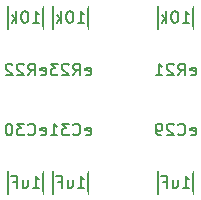
<source format=gbo>
%TF.GenerationSoftware,KiCad,Pcbnew,4.1.0-alpha+201609021633+7109~49~ubuntu16.04.1-product*%
%TF.CreationDate,2016-09-14T14:31:16+05:30*%
%TF.ProjectId,OTS2_encA,4F5453325F656E63412E6B696361645F,rev?*%
%TF.FileFunction,Legend,Bot*%
%FSLAX46Y46*%
G04 Gerber Fmt 4.6, Leading zero omitted, Abs format (unit mm)*
G04 Created by KiCad (PCBNEW 4.1.0-alpha+201609021633+7109~49~ubuntu16.04.1-product) date Wed Sep 14 14:31:16 2016*
%MOMM*%
%LPD*%
G01*
G04 APERTURE LIST*
%ADD10C,0.101600*%
%ADD11C,0.150000*%
%ADD12R,2.900000X2.400000*%
%ADD13C,2.700000*%
%ADD14C,3.000000*%
%ADD15R,2.432000X2.432000*%
%ADD16O,2.432000X2.432000*%
G04 APERTURE END LIST*
D10*
D11*
X39575000Y-85455000D02*
X39575000Y-83455000D01*
X36625000Y-83455000D02*
X36625000Y-85455000D01*
X48465000Y-85455000D02*
X48465000Y-83455000D01*
X45515000Y-83455000D02*
X45515000Y-85455000D01*
X36625000Y-99425000D02*
X36625000Y-97425000D01*
X39575000Y-97425000D02*
X39575000Y-99425000D01*
X35765000Y-85455000D02*
X35765000Y-83455000D01*
X32815000Y-83455000D02*
X32815000Y-85455000D01*
X45515000Y-99425000D02*
X45515000Y-97425000D01*
X48465000Y-97425000D02*
X48465000Y-99425000D01*
X32815000Y-99425000D02*
X32815000Y-97425000D01*
X35765000Y-97425000D02*
X35765000Y-99425000D01*
X39361904Y-89304761D02*
X39457142Y-89352380D01*
X39647619Y-89352380D01*
X39742857Y-89304761D01*
X39790476Y-89209523D01*
X39790476Y-88828571D01*
X39742857Y-88733333D01*
X39647619Y-88685714D01*
X39457142Y-88685714D01*
X39361904Y-88733333D01*
X39314285Y-88828571D01*
X39314285Y-88923809D01*
X39790476Y-89019047D01*
X38314285Y-89352380D02*
X38647619Y-88876190D01*
X38885714Y-89352380D02*
X38885714Y-88352380D01*
X38504761Y-88352380D01*
X38409523Y-88400000D01*
X38361904Y-88447619D01*
X38314285Y-88542857D01*
X38314285Y-88685714D01*
X38361904Y-88780952D01*
X38409523Y-88828571D01*
X38504761Y-88876190D01*
X38885714Y-88876190D01*
X37933333Y-88447619D02*
X37885714Y-88400000D01*
X37790476Y-88352380D01*
X37552380Y-88352380D01*
X37457142Y-88400000D01*
X37409523Y-88447619D01*
X37361904Y-88542857D01*
X37361904Y-88638095D01*
X37409523Y-88780952D01*
X37980952Y-89352380D01*
X37361904Y-89352380D01*
X37028571Y-88352380D02*
X36409523Y-88352380D01*
X36742857Y-88733333D01*
X36600000Y-88733333D01*
X36504761Y-88780952D01*
X36457142Y-88828571D01*
X36409523Y-88923809D01*
X36409523Y-89161904D01*
X36457142Y-89257142D01*
X36504761Y-89304761D01*
X36600000Y-89352380D01*
X36885714Y-89352380D01*
X36980952Y-89304761D01*
X37028571Y-89257142D01*
X38695238Y-84907380D02*
X39266666Y-84907380D01*
X38980952Y-84907380D02*
X38980952Y-83907380D01*
X39076190Y-84050238D01*
X39171428Y-84145476D01*
X39266666Y-84193095D01*
X38076190Y-83907380D02*
X37980952Y-83907380D01*
X37885714Y-83955000D01*
X37838095Y-84002619D01*
X37790476Y-84097857D01*
X37742857Y-84288333D01*
X37742857Y-84526428D01*
X37790476Y-84716904D01*
X37838095Y-84812142D01*
X37885714Y-84859761D01*
X37980952Y-84907380D01*
X38076190Y-84907380D01*
X38171428Y-84859761D01*
X38219047Y-84812142D01*
X38266666Y-84716904D01*
X38314285Y-84526428D01*
X38314285Y-84288333D01*
X38266666Y-84097857D01*
X38219047Y-84002619D01*
X38171428Y-83955000D01*
X38076190Y-83907380D01*
X37314285Y-84907380D02*
X37314285Y-83907380D01*
X37219047Y-84526428D02*
X36933333Y-84907380D01*
X36933333Y-84240714D02*
X37314285Y-84621666D01*
X48251904Y-89304761D02*
X48347142Y-89352380D01*
X48537619Y-89352380D01*
X48632857Y-89304761D01*
X48680476Y-89209523D01*
X48680476Y-88828571D01*
X48632857Y-88733333D01*
X48537619Y-88685714D01*
X48347142Y-88685714D01*
X48251904Y-88733333D01*
X48204285Y-88828571D01*
X48204285Y-88923809D01*
X48680476Y-89019047D01*
X47204285Y-89352380D02*
X47537619Y-88876190D01*
X47775714Y-89352380D02*
X47775714Y-88352380D01*
X47394761Y-88352380D01*
X47299523Y-88400000D01*
X47251904Y-88447619D01*
X47204285Y-88542857D01*
X47204285Y-88685714D01*
X47251904Y-88780952D01*
X47299523Y-88828571D01*
X47394761Y-88876190D01*
X47775714Y-88876190D01*
X46823333Y-88447619D02*
X46775714Y-88400000D01*
X46680476Y-88352380D01*
X46442380Y-88352380D01*
X46347142Y-88400000D01*
X46299523Y-88447619D01*
X46251904Y-88542857D01*
X46251904Y-88638095D01*
X46299523Y-88780952D01*
X46870952Y-89352380D01*
X46251904Y-89352380D01*
X45299523Y-89352380D02*
X45870952Y-89352380D01*
X45585238Y-89352380D02*
X45585238Y-88352380D01*
X45680476Y-88495238D01*
X45775714Y-88590476D01*
X45870952Y-88638095D01*
X47585238Y-84907380D02*
X48156666Y-84907380D01*
X47870952Y-84907380D02*
X47870952Y-83907380D01*
X47966190Y-84050238D01*
X48061428Y-84145476D01*
X48156666Y-84193095D01*
X46966190Y-83907380D02*
X46870952Y-83907380D01*
X46775714Y-83955000D01*
X46728095Y-84002619D01*
X46680476Y-84097857D01*
X46632857Y-84288333D01*
X46632857Y-84526428D01*
X46680476Y-84716904D01*
X46728095Y-84812142D01*
X46775714Y-84859761D01*
X46870952Y-84907380D01*
X46966190Y-84907380D01*
X47061428Y-84859761D01*
X47109047Y-84812142D01*
X47156666Y-84716904D01*
X47204285Y-84526428D01*
X47204285Y-84288333D01*
X47156666Y-84097857D01*
X47109047Y-84002619D01*
X47061428Y-83955000D01*
X46966190Y-83907380D01*
X46204285Y-84907380D02*
X46204285Y-83907380D01*
X46109047Y-84526428D02*
X45823333Y-84907380D01*
X45823333Y-84240714D02*
X46204285Y-84621666D01*
X39361904Y-94384761D02*
X39457142Y-94432380D01*
X39647619Y-94432380D01*
X39742857Y-94384761D01*
X39790476Y-94289523D01*
X39790476Y-93908571D01*
X39742857Y-93813333D01*
X39647619Y-93765714D01*
X39457142Y-93765714D01*
X39361904Y-93813333D01*
X39314285Y-93908571D01*
X39314285Y-94003809D01*
X39790476Y-94099047D01*
X38314285Y-94337142D02*
X38361904Y-94384761D01*
X38504761Y-94432380D01*
X38600000Y-94432380D01*
X38742857Y-94384761D01*
X38838095Y-94289523D01*
X38885714Y-94194285D01*
X38933333Y-94003809D01*
X38933333Y-93860952D01*
X38885714Y-93670476D01*
X38838095Y-93575238D01*
X38742857Y-93480000D01*
X38600000Y-93432380D01*
X38504761Y-93432380D01*
X38361904Y-93480000D01*
X38314285Y-93527619D01*
X37980952Y-93432380D02*
X37361904Y-93432380D01*
X37695238Y-93813333D01*
X37552380Y-93813333D01*
X37457142Y-93860952D01*
X37409523Y-93908571D01*
X37361904Y-94003809D01*
X37361904Y-94241904D01*
X37409523Y-94337142D01*
X37457142Y-94384761D01*
X37552380Y-94432380D01*
X37838095Y-94432380D01*
X37933333Y-94384761D01*
X37980952Y-94337142D01*
X36409523Y-94432380D02*
X36980952Y-94432380D01*
X36695238Y-94432380D02*
X36695238Y-93432380D01*
X36790476Y-93575238D01*
X36885714Y-93670476D01*
X36980952Y-93718095D01*
X38695238Y-98877380D02*
X39266666Y-98877380D01*
X38980952Y-98877380D02*
X38980952Y-97877380D01*
X39076190Y-98020238D01*
X39171428Y-98115476D01*
X39266666Y-98163095D01*
X37838095Y-98210714D02*
X37838095Y-98877380D01*
X38266666Y-98210714D02*
X38266666Y-98734523D01*
X38219047Y-98829761D01*
X38123809Y-98877380D01*
X37980952Y-98877380D01*
X37885714Y-98829761D01*
X37838095Y-98782142D01*
X37028571Y-98353571D02*
X37361904Y-98353571D01*
X37361904Y-98877380D02*
X37361904Y-97877380D01*
X36885714Y-97877380D01*
X35551904Y-89304761D02*
X35647142Y-89352380D01*
X35837619Y-89352380D01*
X35932857Y-89304761D01*
X35980476Y-89209523D01*
X35980476Y-88828571D01*
X35932857Y-88733333D01*
X35837619Y-88685714D01*
X35647142Y-88685714D01*
X35551904Y-88733333D01*
X35504285Y-88828571D01*
X35504285Y-88923809D01*
X35980476Y-89019047D01*
X34504285Y-89352380D02*
X34837619Y-88876190D01*
X35075714Y-89352380D02*
X35075714Y-88352380D01*
X34694761Y-88352380D01*
X34599523Y-88400000D01*
X34551904Y-88447619D01*
X34504285Y-88542857D01*
X34504285Y-88685714D01*
X34551904Y-88780952D01*
X34599523Y-88828571D01*
X34694761Y-88876190D01*
X35075714Y-88876190D01*
X34123333Y-88447619D02*
X34075714Y-88400000D01*
X33980476Y-88352380D01*
X33742380Y-88352380D01*
X33647142Y-88400000D01*
X33599523Y-88447619D01*
X33551904Y-88542857D01*
X33551904Y-88638095D01*
X33599523Y-88780952D01*
X34170952Y-89352380D01*
X33551904Y-89352380D01*
X33170952Y-88447619D02*
X33123333Y-88400000D01*
X33028095Y-88352380D01*
X32790000Y-88352380D01*
X32694761Y-88400000D01*
X32647142Y-88447619D01*
X32599523Y-88542857D01*
X32599523Y-88638095D01*
X32647142Y-88780952D01*
X33218571Y-89352380D01*
X32599523Y-89352380D01*
X34885238Y-84907380D02*
X35456666Y-84907380D01*
X35170952Y-84907380D02*
X35170952Y-83907380D01*
X35266190Y-84050238D01*
X35361428Y-84145476D01*
X35456666Y-84193095D01*
X34266190Y-83907380D02*
X34170952Y-83907380D01*
X34075714Y-83955000D01*
X34028095Y-84002619D01*
X33980476Y-84097857D01*
X33932857Y-84288333D01*
X33932857Y-84526428D01*
X33980476Y-84716904D01*
X34028095Y-84812142D01*
X34075714Y-84859761D01*
X34170952Y-84907380D01*
X34266190Y-84907380D01*
X34361428Y-84859761D01*
X34409047Y-84812142D01*
X34456666Y-84716904D01*
X34504285Y-84526428D01*
X34504285Y-84288333D01*
X34456666Y-84097857D01*
X34409047Y-84002619D01*
X34361428Y-83955000D01*
X34266190Y-83907380D01*
X33504285Y-84907380D02*
X33504285Y-83907380D01*
X33409047Y-84526428D02*
X33123333Y-84907380D01*
X33123333Y-84240714D02*
X33504285Y-84621666D01*
X48251904Y-94384761D02*
X48347142Y-94432380D01*
X48537619Y-94432380D01*
X48632857Y-94384761D01*
X48680476Y-94289523D01*
X48680476Y-93908571D01*
X48632857Y-93813333D01*
X48537619Y-93765714D01*
X48347142Y-93765714D01*
X48251904Y-93813333D01*
X48204285Y-93908571D01*
X48204285Y-94003809D01*
X48680476Y-94099047D01*
X47204285Y-94337142D02*
X47251904Y-94384761D01*
X47394761Y-94432380D01*
X47490000Y-94432380D01*
X47632857Y-94384761D01*
X47728095Y-94289523D01*
X47775714Y-94194285D01*
X47823333Y-94003809D01*
X47823333Y-93860952D01*
X47775714Y-93670476D01*
X47728095Y-93575238D01*
X47632857Y-93480000D01*
X47490000Y-93432380D01*
X47394761Y-93432380D01*
X47251904Y-93480000D01*
X47204285Y-93527619D01*
X46823333Y-93527619D02*
X46775714Y-93480000D01*
X46680476Y-93432380D01*
X46442380Y-93432380D01*
X46347142Y-93480000D01*
X46299523Y-93527619D01*
X46251904Y-93622857D01*
X46251904Y-93718095D01*
X46299523Y-93860952D01*
X46870952Y-94432380D01*
X46251904Y-94432380D01*
X45775714Y-94432380D02*
X45585238Y-94432380D01*
X45490000Y-94384761D01*
X45442380Y-94337142D01*
X45347142Y-94194285D01*
X45299523Y-94003809D01*
X45299523Y-93622857D01*
X45347142Y-93527619D01*
X45394761Y-93480000D01*
X45490000Y-93432380D01*
X45680476Y-93432380D01*
X45775714Y-93480000D01*
X45823333Y-93527619D01*
X45870952Y-93622857D01*
X45870952Y-93860952D01*
X45823333Y-93956190D01*
X45775714Y-94003809D01*
X45680476Y-94051428D01*
X45490000Y-94051428D01*
X45394761Y-94003809D01*
X45347142Y-93956190D01*
X45299523Y-93860952D01*
X47585238Y-98877380D02*
X48156666Y-98877380D01*
X47870952Y-98877380D02*
X47870952Y-97877380D01*
X47966190Y-98020238D01*
X48061428Y-98115476D01*
X48156666Y-98163095D01*
X46728095Y-98210714D02*
X46728095Y-98877380D01*
X47156666Y-98210714D02*
X47156666Y-98734523D01*
X47109047Y-98829761D01*
X47013809Y-98877380D01*
X46870952Y-98877380D01*
X46775714Y-98829761D01*
X46728095Y-98782142D01*
X45918571Y-98353571D02*
X46251904Y-98353571D01*
X46251904Y-98877380D02*
X46251904Y-97877380D01*
X45775714Y-97877380D01*
X35551904Y-94384761D02*
X35647142Y-94432380D01*
X35837619Y-94432380D01*
X35932857Y-94384761D01*
X35980476Y-94289523D01*
X35980476Y-93908571D01*
X35932857Y-93813333D01*
X35837619Y-93765714D01*
X35647142Y-93765714D01*
X35551904Y-93813333D01*
X35504285Y-93908571D01*
X35504285Y-94003809D01*
X35980476Y-94099047D01*
X34504285Y-94337142D02*
X34551904Y-94384761D01*
X34694761Y-94432380D01*
X34790000Y-94432380D01*
X34932857Y-94384761D01*
X35028095Y-94289523D01*
X35075714Y-94194285D01*
X35123333Y-94003809D01*
X35123333Y-93860952D01*
X35075714Y-93670476D01*
X35028095Y-93575238D01*
X34932857Y-93480000D01*
X34790000Y-93432380D01*
X34694761Y-93432380D01*
X34551904Y-93480000D01*
X34504285Y-93527619D01*
X34170952Y-93432380D02*
X33551904Y-93432380D01*
X33885238Y-93813333D01*
X33742380Y-93813333D01*
X33647142Y-93860952D01*
X33599523Y-93908571D01*
X33551904Y-94003809D01*
X33551904Y-94241904D01*
X33599523Y-94337142D01*
X33647142Y-94384761D01*
X33742380Y-94432380D01*
X34028095Y-94432380D01*
X34123333Y-94384761D01*
X34170952Y-94337142D01*
X32932857Y-93432380D02*
X32837619Y-93432380D01*
X32742380Y-93480000D01*
X32694761Y-93527619D01*
X32647142Y-93622857D01*
X32599523Y-93813333D01*
X32599523Y-94051428D01*
X32647142Y-94241904D01*
X32694761Y-94337142D01*
X32742380Y-94384761D01*
X32837619Y-94432380D01*
X32932857Y-94432380D01*
X33028095Y-94384761D01*
X33075714Y-94337142D01*
X33123333Y-94241904D01*
X33170952Y-94051428D01*
X33170952Y-93813333D01*
X33123333Y-93622857D01*
X33075714Y-93527619D01*
X33028095Y-93480000D01*
X32932857Y-93432380D01*
X34885238Y-98877380D02*
X35456666Y-98877380D01*
X35170952Y-98877380D02*
X35170952Y-97877380D01*
X35266190Y-98020238D01*
X35361428Y-98115476D01*
X35456666Y-98163095D01*
X34028095Y-98210714D02*
X34028095Y-98877380D01*
X34456666Y-98210714D02*
X34456666Y-98734523D01*
X34409047Y-98829761D01*
X34313809Y-98877380D01*
X34170952Y-98877380D01*
X34075714Y-98829761D01*
X34028095Y-98782142D01*
X33218571Y-98353571D02*
X33551904Y-98353571D01*
X33551904Y-98877380D02*
X33551904Y-97877380D01*
X33075714Y-97877380D01*
%LPC*%
D12*
X38100000Y-82455000D03*
X38100000Y-86455000D03*
X46990000Y-82455000D03*
X46990000Y-86455000D03*
X38100000Y-96425000D03*
X38100000Y-100425000D03*
X34290000Y-82455000D03*
X34290000Y-86455000D03*
X46990000Y-96425000D03*
X46990000Y-100425000D03*
X34290000Y-96425000D03*
X34290000Y-100425000D03*
D13*
X44115000Y-91440000D03*
D14*
X42545000Y-86940000D03*
D13*
X42545000Y-82180000D03*
D14*
X42545000Y-95940000D03*
D13*
X42545000Y-100700000D03*
X33285000Y-91440000D03*
D15*
X29845000Y-98425000D03*
D16*
X29845000Y-95885000D03*
D15*
X29845000Y-84455000D03*
D16*
X29845000Y-86995000D03*
D15*
X41275000Y-78740000D03*
D16*
X43815000Y-78740000D03*
D15*
X41275000Y-104140000D03*
D16*
X43815000Y-104140000D03*
M02*

</source>
